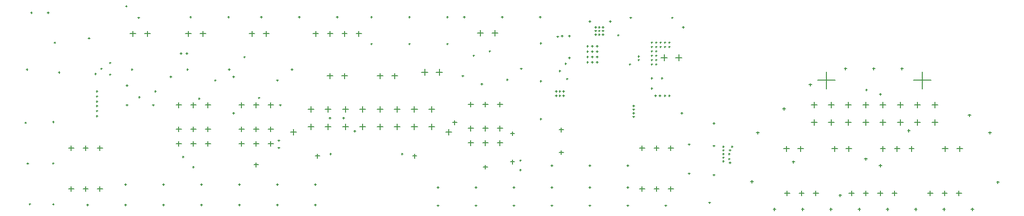
<source format=gbr>
%FSTAX26Y26*%
%MOMM*%
%SFA1B1*%

%IPPOS*%
%ADD67C,0.127000*%
%LNpcb1_drillmap_1-1*%
%LPD*%
G54D67*
X-740664Y-12446D02*
X-737616D01*
X-73914Y-125984D02*
Y-122936D01*
X-74254995Y-10101986D02*
Y-09201988D01*
X-74704981Y-09652D02*
X-73804983D01*
X-72204986D02*
X-71304988D01*
X-674624Y-12446D02*
X-671576D01*
X-6731Y-125984D02*
Y-122936D01*
Y-090424D02*
Y-087376D01*
X-674624Y-0889D02*
X-671576D01*
X-608584Y-12446D02*
X-605536D01*
X-60706Y-125984D02*
Y-122936D01*
Y-090424D02*
Y-087376D01*
X-608584Y-0889D02*
X-605536D01*
X-57277Y-042164D02*
Y-039116D01*
X-574294Y-04064D02*
X-571246D01*
X-58039Y-02227986D02*
Y-01327988D01*
X-58488986Y-01778D02*
X-57588988D01*
X-55948986D02*
X-55048988D01*
X-53408986D02*
X-52508988D01*
X-52959Y-02227986D02*
Y-01327988D01*
X-47566986Y-01778D02*
X-46666988D01*
X-45026986D02*
X-44126988D01*
X-44577Y-02227986D02*
Y-01327988D01*
Y-051054D02*
Y-058166D01*
X-449326Y-05461D02*
X-442214D01*
X-410464Y-0889D02*
X-407416D01*
X-40894Y-090424D02*
Y-087376D01*
Y-122936D02*
Y-125984D01*
X-410464Y-12446D02*
X-407416D01*
X-344424D02*
X-341376D01*
X-3429Y-125984D02*
Y-122936D01*
Y-090424D02*
Y-087376D01*
X-344424Y-0889D02*
X-341376D01*
X-33909Y-042926D02*
Y-035814D01*
X-342646Y-03937D02*
X-33553399D01*
X-317754Y-03556D02*
X-314706D01*
X-31623Y-037084D02*
Y-034036D01*
X-29558996Y01193977D02*
X-28538982D01*
X-29048989Y00683996D02*
Y01703984D01*
X-29344848Y0255336D02*
Y0285816D01*
X-29497248Y0270576D02*
X-29192448D01*
X-29048989Y0368399D02*
Y04703978D01*
X-29558996Y04193997D02*
X-28538982D01*
X-26558976D02*
X-25538988D01*
X-26048995Y04703978D02*
Y0368399D01*
Y01703984D02*
Y00683996D01*
X-25538988Y01193977D02*
X-26558976D01*
X-27287448Y0041976D02*
X-27592248D01*
X-27439848Y0026736D02*
Y0057216D01*
X-23558982Y01193977D02*
X-22538994D01*
X-23048976Y00683996D02*
Y01703984D01*
Y0368399D02*
Y04703978D01*
X-23558982Y04193997D02*
X-22538994D01*
X-20048982Y0368399D02*
Y04703978D01*
X-20558988Y04193997D02*
X-19538975D01*
Y01193977D02*
X-20558988D01*
X-20048982Y00683996D02*
Y01703984D01*
X-193294Y-03556D02*
X-190246D01*
X-19177Y-037084D02*
Y-034036D01*
X-17018Y-042926D02*
Y-035814D01*
X-173736Y-03937D02*
X-16662399D01*
X-11049Y-00255981D02*
Y00763981D01*
X-11558981Y00254D02*
X-10538993D01*
X-103886Y01905D02*
X-096774D01*
X-10033Y015494D02*
Y022606D01*
X-07688986Y00889D02*
X-06788988D01*
X-07239Y00438988D02*
Y01338986D01*
Y-01200988D02*
Y-02100986D01*
X-07688986Y-01651D02*
X-06788988D01*
X-050546Y-05842D02*
X-043434D01*
X-04699Y-061976D02*
Y-054864D01*
X001016Y-09398D02*
X004064D01*
X00254Y-095504D02*
Y-092456D01*
Y-124206D02*
Y-127254D01*
X001016Y-12573D02*
X004064D01*
X067056D02*
X070104D01*
X06858Y-127254D02*
Y-124206D01*
X133096Y-12573D02*
X136144D01*
X13462Y-127254D02*
Y-124206D01*
Y-095504D02*
Y-092456D01*
X133096Y-09398D02*
X136144D01*
X13462Y-057404D02*
Y-054356D01*
X133096Y-05588D02*
X136144D01*
X08509Y-036576D02*
Y-029464D01*
X081534Y-03302D02*
X088646D01*
X070104Y-05588D02*
X067056D01*
X06858Y-057404D02*
Y-054356D01*
Y-092456D02*
Y-095504D01*
X067056Y-09398D02*
X070104D01*
X0Y-003556D02*
Y003556D01*
X-003556Y0D02*
X003556D01*
X-01708988Y00889D02*
X-02608986D01*
X-02159Y00438988D02*
Y01338986D01*
X-04248988Y00889D02*
X-05148986D01*
X-04699Y00438988D02*
Y01338986D01*
Y-01200988D02*
Y-02100986D01*
X-05148986Y-01651D02*
X-04248988D01*
X-02608986D02*
X-01708988D01*
X-003556Y-04953D02*
X003556D01*
X0Y-053086D02*
Y-045974D01*
X012446Y-04699D02*
X015494D01*
X01397Y-048514D02*
Y-045466D01*
Y-061976D02*
Y-065024D01*
X012446Y-0635D02*
X015494D01*
X-02159Y-02100986D02*
Y-01200988D01*
X-061976Y-09398D02*
X-065024D01*
X-0635Y-095504D02*
Y-092456D01*
Y-124206D02*
Y-127254D01*
X-065024Y-12573D02*
X-061976D01*
X-12954Y-095504D02*
Y-092456D01*
X-131064Y-09398D02*
X-128016D01*
Y-12573D02*
X-131064D01*
X-12954Y-127254D02*
Y-124206D01*
X048006Y0254D02*
X051054D01*
X04953Y023876D02*
Y026924D01*
X081534Y00635D02*
X088646D01*
X08509Y002794D02*
Y009906D01*
X08255Y064516D02*
Y067564D01*
X081026Y06604D02*
X084074D01*
X087376D02*
X090424D01*
X0889Y064516D02*
Y067564D01*
Y072136D02*
Y075184D01*
X087376Y07366D02*
X090424D01*
X084074D02*
X081026D01*
X08255Y072136D02*
Y075184D01*
X077724Y07366D02*
X074676D01*
X0762Y072136D02*
Y075184D01*
Y067564D02*
Y064516D01*
X074676Y06604D02*
X077724D01*
X093726Y09525D02*
X096774D01*
X09525Y093726D02*
Y096774D01*
X08255Y107696D02*
Y110744D01*
X081026Y10922D02*
X084074D01*
X091186Y12192D02*
X094234D01*
X09271Y120396D02*
Y123444D01*
X097536Y13208D02*
X100584D01*
X09906Y130556D02*
Y133604D01*
X129286Y13377316D02*
X132334D01*
X13081Y13224916D02*
Y13529716D01*
Y14156258D02*
Y14461058D01*
X129286Y14308658D02*
X132334D01*
X137541D02*
X140589D01*
X139065Y14156258D02*
Y14461058D01*
Y150876D02*
Y153924D01*
X137541Y1524D02*
X140589D01*
X132334D02*
X129286D01*
X13081Y150876D02*
Y153924D01*
X137541Y13377316D02*
X140589D01*
X139065Y13224916D02*
Y13529716D01*
Y125984D02*
Y122936D01*
X137541Y12446D02*
X140589D01*
X132334D02*
X129286D01*
X13081Y122936D02*
Y125984D01*
X145796Y12446D02*
X148844D01*
X14732Y122936D02*
Y125984D01*
Y13224916D02*
Y13529716D01*
X145796Y13377316D02*
X148844D01*
X14732Y14156258D02*
Y14461058D01*
X145796Y14308658D02*
X148844D01*
X14732Y150876D02*
Y153924D01*
X145796Y1524D02*
X148844D01*
X202946Y12065D02*
X205994D01*
X20447Y119126D02*
Y122174D01*
X218186Y12827D02*
X221234D01*
X21971Y126746D02*
Y129794D01*
Y133096D02*
Y136144D01*
X218186Y13462D02*
X221234D01*
X241046Y12065D02*
X244094D01*
X24257Y119126D02*
Y122174D01*
Y126746D02*
Y129794D01*
X241046Y12827D02*
X244094D01*
X248666D02*
X251714D01*
X25019Y126746D02*
Y129794D01*
Y134366D02*
Y137414D01*
X248666Y13589D02*
X251714D01*
X25019Y141986D02*
Y145034D01*
X248666Y14351D02*
X251714D01*
X25019Y149606D02*
Y152654D01*
X248666Y15113D02*
X251714D01*
X256286D02*
X259334D01*
X25781Y149606D02*
Y152654D01*
Y157226D02*
Y160274D01*
X256286Y15875D02*
X259334D01*
X263906D02*
X266954D01*
X26543Y157226D02*
Y160274D01*
Y152654D02*
Y149606D01*
X263906Y15113D02*
X266954D01*
X26416Y13757986D02*
Y12657988D01*
X25865988Y13208D02*
X26965986D01*
X28405988D02*
X29505986D01*
X28956Y12657988D02*
Y13757986D01*
X27305Y149606D02*
Y152654D01*
X271526Y15113D02*
X274574D01*
X27305Y157226D02*
Y160274D01*
X271526Y15875D02*
X274574D01*
X276606Y20193D02*
X279654D01*
X27813Y200406D02*
Y203454D01*
X295656Y18542D02*
X298704D01*
X29718Y183896D02*
Y186944D01*
X251714Y15875D02*
X248666D01*
X25019Y157226D02*
Y160274D01*
X244094Y15875D02*
X241046D01*
X24257Y157226D02*
Y160274D01*
Y152654D02*
Y149606D01*
X241046Y15113D02*
X244094D01*
Y14351D02*
X241046D01*
X24257Y141986D02*
Y145034D01*
Y137414D02*
Y134366D01*
X241046Y13589D02*
X244094D01*
X25019Y122174D02*
Y119126D01*
X248666Y12065D02*
X251714D01*
X258826Y09652D02*
X261874D01*
X26035Y094996D02*
Y098044D01*
X244094Y09652D02*
X241046D01*
X24257Y094996D02*
Y098044D01*
Y080264D02*
Y077216D01*
X241046Y07874D02*
X244094D01*
X247396Y06604D02*
X250444D01*
X24892Y064516D02*
Y067564D01*
X255016Y06604D02*
X258064D01*
X25654Y064516D02*
Y067564D01*
X263906Y06604D02*
X266954D01*
X26543Y064516D02*
Y067564D01*
X293116Y03556D02*
X296164D01*
X29464Y034036D02*
Y037084D01*
X305816Y-01905D02*
X308864D01*
X30734Y-020574D02*
Y-017526D01*
X28008986Y-0254D02*
X27108988D01*
X27559Y-02989986D02*
Y-02089988D01*
X305816Y-06985D02*
X308864D01*
X30734Y-071374D02*
Y-068326D01*
X28008986Y-09652D02*
X27108988D01*
X27559Y-10101986D02*
Y-09201988D01*
X341376Y-12065D02*
X344424D01*
X3429Y-122174D02*
Y-119126D01*
X352044Y-07239D02*
X348996D01*
X35052Y-073914D02*
Y-070866D01*
X365506Y-04826D02*
X368554D01*
X36703Y-049784D02*
Y-046736D01*
Y-043434D02*
Y-040386D01*
X365506Y-04190999D02*
X368554D01*
X36703Y-037084D02*
Y-034036D01*
X365506Y-03556D02*
X368554D01*
X36703Y-030734D02*
Y-027686D01*
X365506Y-02921D02*
X368554D01*
X36703Y-024384D02*
Y-021336D01*
X365506Y-02286D02*
X368554D01*
X380746D02*
X383794D01*
X38227Y-024384D02*
Y-021336D01*
X379984Y-02921D02*
X376936D01*
X37846Y-030734D02*
Y-027686D01*
X37719Y-034036D02*
Y-037084D01*
X375666Y-03556D02*
X378714D01*
X352044Y-02159D02*
X348996D01*
X35052Y-023114D02*
Y-020066D01*
X375666Y-04445D02*
X378714D01*
X37719Y-045974D02*
Y-042926D01*
X37846Y-049276D02*
Y-052324D01*
X376936Y-0508D02*
X379984D01*
X414274Y-08381999D02*
X418846D01*
X41656Y-086106D02*
Y-081534D01*
X47341993Y-10414D02*
X48241991D01*
X47791979Y-10863986D02*
Y-09963988D01*
X49841988Y-10414D02*
X50741986D01*
X50292Y-10863986D02*
Y-09963988D01*
X50509703Y-129794D02*
Y-134366D01*
X50281103Y-13208D02*
X50738303D01*
X55197806D02*
X55655006D01*
X60114535D02*
X60571735D01*
X60343135Y-134366D02*
Y-129794D01*
X65031239Y-13208D02*
X65488439D01*
X65259839Y-134366D02*
Y-129794D01*
X69947967Y-13208D02*
X70405167D01*
X70176567Y-134366D02*
Y-129794D01*
X74864671Y-13208D02*
X75321871D01*
X75093271Y-134366D02*
Y-129794D01*
X797814Y-13208D02*
X802386D01*
X84455Y-087376D02*
Y-082804D01*
X846836Y-08509D02*
X842264D01*
X78133981Y-10414D02*
X77233983D01*
X77683995Y-10863986D02*
Y-09963988D01*
X8001Y-129794D02*
Y-134366D01*
X75184Y-10863986D02*
Y-09963988D01*
X74733988Y-10414D02*
X75633986D01*
X73133991D02*
X72233993D01*
X72683979Y-10863986D02*
Y-09963988D01*
X83058Y-001016D02*
Y003556D01*
X828294Y00127D02*
X832866D01*
X79502Y029464D02*
Y034036D01*
X792734Y03175D02*
X797306D01*
X78310994Y-02667D02*
X77310996D01*
X77810995Y-03166999D02*
Y-02166975D01*
X73467976Y01442999D02*
Y02462987D01*
X72957994Y0195298D02*
X73977982D01*
X74810975Y-02667D02*
X75810999D01*
X75311Y-03166999D02*
Y-02166975D01*
X70467982Y01442999D02*
Y02462987D01*
X69957975Y0195298D02*
X70977988D01*
X67977994D02*
X66957981D01*
X67467988Y01442999D02*
Y02462987D01*
X64977975Y0195298D02*
X63957987D01*
X64467994Y01442999D02*
Y02462987D01*
X64428979Y-02216988D02*
Y-03116986D01*
X63978993Y-02667D02*
X64878991D01*
X66478988D02*
X67378986D01*
X66928999Y-03116986D02*
Y-02216988D01*
X642366Y-05588D02*
X637794D01*
X61468Y-046736D02*
Y-042164D01*
X612394Y-04445D02*
X616966D01*
X61487989Y-09963988D02*
Y-10863986D01*
X61037978Y-10414D02*
X61937976D01*
X63537998D02*
X64437996D01*
X63987984Y-10863986D02*
Y-09963988D01*
X66037993Y-10414D02*
X66937991D01*
X66487979Y-10863986D02*
Y-09963988D01*
X64008Y-058166D02*
Y-053594D01*
X68978983Y-02667D02*
X69878981D01*
X69428995Y-03116986D02*
Y-02216988D01*
X68961Y002794D02*
Y007366D01*
X687324Y00508D02*
X691896D01*
X72957994Y04953D02*
X73977982D01*
X73467976Y04442993D02*
Y05462981D01*
X72807982Y09272981D02*
X69807988D01*
X71307985Y10772978D02*
Y07772984D01*
X70977988Y04953D02*
X69957975D01*
X70467982Y04442993D02*
Y05462981D01*
X67977994Y04953D02*
X66957981D01*
X67467988Y04442993D02*
Y05462981D01*
X64977975Y04953D02*
X63957987D01*
X64467994Y04442993D02*
Y05462981D01*
X64008Y067056D02*
Y070104D01*
X638556Y06858D02*
X641604D01*
X68010303Y11303D02*
X67553103D01*
X67781703Y110744D02*
Y115316D01*
X630936Y11303D02*
X626364D01*
X62865Y110744D02*
Y115316D01*
X617474Y0762D02*
X614426D01*
X61595Y074676D02*
Y077724D01*
X61468Y05462981D02*
Y04442993D01*
X60957993Y04953D02*
X61977981D01*
Y0195298D02*
X60957993D01*
X61468Y01442999D02*
Y02462987D01*
X5846798Y04442993D02*
Y05462981D01*
X57957999Y04953D02*
X58977987D01*
X55977993D02*
X5495798D01*
X55467986Y04442993D02*
Y05462981D01*
X52977999Y04953D02*
X51957986D01*
X52467992Y04442993D02*
Y05462981D01*
X54627983Y07772984D02*
Y10772978D01*
X53127986Y09272981D02*
X5612798D01*
X57719671Y11303D02*
X58176871D01*
X57948271Y110744D02*
Y115316D01*
X520446Y08509D02*
X515874D01*
X51816Y082804D02*
Y087376D01*
X474726Y04318D02*
X470154D01*
X47244Y040894D02*
Y045466D01*
X429006Y00127D02*
X424434D01*
X42672Y003556D02*
Y-001016D01*
X4716498Y-02667D02*
X48164978D01*
X47664979Y-03166999D02*
Y-02166975D01*
X49664975Y-02667D02*
X50664999D01*
X50165Y-03166999D02*
Y-02166975D01*
X491236Y-04953D02*
X486664D01*
X48895Y-051816D02*
Y-047244D01*
X52341983Y-10414D02*
X53241981D01*
X52791995Y-10863986D02*
Y-09963988D01*
X55426406Y-129794D02*
Y-134366D01*
X567944Y-10795D02*
X572516D01*
X57023Y-110236D02*
Y-105664D01*
X58537983Y-10414D02*
X59437981D01*
X58987969Y-10863986D02*
Y-09963988D01*
X58547Y-03166999D02*
Y-02166975D01*
X58046975Y-02667D02*
X59046999D01*
X56546978D02*
X5554698D01*
X56046979Y-03166999D02*
Y-02166975D01*
X55977993Y0195298D02*
X5495798D01*
X55467986Y01442999D02*
Y02462987D01*
X52977999Y0195298D02*
X51957986D01*
X52467992Y01442999D02*
Y02462987D01*
X57957999Y0195298D02*
X58977987D01*
X5846798Y01442999D02*
Y02462987D01*
X458216Y-13208D02*
X453644D01*
X45593Y-134366D02*
Y-129794D01*
X352044Y01778D02*
X348996D01*
X35052Y016256D02*
Y019304D01*
X27305Y064516D02*
Y067564D01*
X271526Y06604D02*
X274574D01*
X25508991Y-0254D02*
X24608993D01*
X25058979Y-02989986D02*
Y-02089988D01*
X23008971Y-0254D02*
X22108998D01*
X22558984Y-02989986D02*
Y-02089988D01*
X202184Y-05588D02*
X199136D01*
X20066Y-057404D02*
Y-054356D01*
Y-092456D02*
Y-095504D01*
X199136Y-09398D02*
X202184D01*
X22108998Y-09652D02*
X23008996D01*
X24608993D02*
X25508991D01*
X25058979Y-10101986D02*
Y-09201988D01*
X265176Y-12573D02*
X268224D01*
X2667Y-127254D02*
Y-124206D01*
X22558984Y-10101986D02*
Y-09201988D01*
X202184Y-12573D02*
X199136D01*
X20066Y-127254D02*
Y-124206D01*
X209296Y02921D02*
X212344D01*
X21082Y027686D02*
Y030734D01*
Y034036D02*
Y037084D01*
X209296Y03556D02*
X212344D01*
X21082Y040386D02*
Y043434D01*
X209296Y04190999D02*
X212344D01*
X21082Y046736D02*
Y049784D01*
X209296Y04826D02*
X212344D01*
X20574Y200406D02*
Y203454D01*
X204216Y20193D02*
X207264D01*
X171704Y19558D02*
X168656D01*
X17018Y194056D02*
Y197104D01*
X159004Y18542D02*
X155956D01*
X15748Y183896D02*
Y186944D01*
X152654Y18542D02*
X149606D01*
X15113Y183896D02*
Y186944D01*
Y180594D02*
Y177546D01*
X149606Y17907D02*
X152654D01*
X155956D02*
X159004D01*
X15748Y177546D02*
Y180594D01*
Y174244D02*
Y171196D01*
X155956Y17272D02*
X159004D01*
X152654D02*
X149606D01*
X15113Y171196D02*
Y174244D01*
X146304Y17272D02*
X143256D01*
X14478Y171196D02*
Y174244D01*
Y177546D02*
Y180594D01*
X143256Y17907D02*
X146304D01*
Y18542D02*
X143256D01*
X14478Y183896D02*
Y186944D01*
X13462Y194056D02*
Y197104D01*
X133096Y19558D02*
X136144D01*
X182626Y17145D02*
X185674D01*
X18415Y169926D02*
Y172974D01*
X100584Y17018D02*
X097536D01*
X09906Y168656D02*
Y171704D01*
X087884Y17018D02*
X084836D01*
X08636Y168656D02*
Y171704D01*
X080264Y16891D02*
X077216D01*
X07874Y16738599D02*
Y170434D01*
X04826Y204724D02*
Y201676D01*
X046736Y2032D02*
X049784D01*
X04953Y159004D02*
Y155956D01*
X048006Y15748D02*
X051054D01*
Y09144D02*
X048006D01*
X04953Y089916D02*
Y092964D01*
X01524Y111506D02*
Y114554D01*
X013716Y11303D02*
X016764D01*
X-007366Y09398D02*
X-01041399D01*
X-00889Y092456D02*
Y095504D01*
X-01708988Y0508D02*
X-02608986D01*
X-02159Y04629988D02*
Y05529986D01*
X-04248988Y0508D02*
X-05148986D01*
X-04699Y04629988D02*
Y05529986D01*
X-05334Y084836D02*
Y087884D01*
X-054864Y08636D02*
X-051816D01*
X-040894Y14351D02*
X-037846D01*
X-03937Y141986D02*
Y145034D01*
X-01778Y201676D02*
Y204724D01*
X-016256Y2032D02*
X-019304D01*
X-02548001Y17526D02*
X-03547999D01*
X-03048Y17025975D02*
Y18025999D01*
X-05047996Y17526D02*
X-06047994D01*
X-08381999Y201676D02*
Y204724D01*
X-085344Y2032D02*
X-082296D01*
X-068834Y13589D02*
X-065786D01*
X-06731Y134366D02*
Y137414D01*
X-084836Y10033D02*
X-087884D01*
X-08636Y098806D02*
Y101854D01*
X-07688986Y0508D02*
X-06788988D01*
X-07239Y04629988D02*
Y05529986D01*
X-127Y10117988D02*
Y11217986D01*
X-13249986Y10668D02*
X-12149988D01*
X-13538987Y04193997D02*
X-14558975D01*
X-16538981D02*
X-17558994D01*
X-17048988Y04703978D02*
Y0368399D01*
Y01703984D02*
Y00683996D01*
X-17558994Y01193977D02*
X-16538981D01*
X-14558975D02*
X-13538987D01*
X-14048994Y00683996D02*
Y01703984D01*
Y0368399D02*
Y04703978D01*
X-1524Y10117988D02*
Y11217986D01*
X-15789986Y10668D02*
X-14689988D01*
X-114554Y15621D02*
X-111506D01*
X-11303Y154686D02*
Y157734D01*
Y201676D02*
Y204724D01*
X-114554Y2032D02*
X-111506D01*
X-17907Y204724D02*
Y201676D01*
X-180594Y2032D02*
X-177546D01*
Y15621D02*
X-180594D01*
X-17907Y154686D02*
Y157734D01*
X-1998698Y10033D02*
X-20986978D01*
X-20486979Y09532975D02*
Y10532999D01*
X-24511Y154686D02*
Y157734D01*
X-246634Y15621D02*
X-243586D01*
X-23486999Y10033D02*
X-22486975D01*
X-22987Y09532975D02*
Y10532999D01*
X-28709975Y10033D02*
X-29709999D01*
X-2921Y09532975D02*
Y10532999D01*
X-31209996Y10033D02*
X-32209994D01*
X-31709995Y09532975D02*
Y10532999D01*
X-32048983Y04703978D02*
Y0368399D01*
X-31910248Y0270576D02*
X-31605448D01*
X-31757848Y0255336D02*
Y0285816D01*
X-32048983Y01703984D02*
Y00683996D01*
X-3255899Y01193977D02*
X-31538976D01*
X-34538996D02*
X-35558984D01*
X-35048977Y00683996D02*
Y01703984D01*
Y0368399D02*
Y04703978D01*
X-35558984Y04193997D02*
X-34538996D01*
X-3255899D02*
X-31538976D01*
X-38354Y110236D02*
Y113284D01*
X-385064Y11176D02*
X-382016D01*
X-407416Y09271D02*
X-410464D01*
X-40894Y091186D02*
Y094234D01*
X-40537257Y04947945D02*
X-40232457D01*
X-40384857Y04795545D02*
Y05100345D01*
X-41586988Y04953D02*
X-42486986D01*
X-42037Y04502988D02*
Y05402986D01*
Y01211986D02*
Y00311988D01*
X-42486986Y00762D02*
X-41586988D01*
Y-01778D02*
X-42486986D01*
X-42037Y-02227986D02*
Y-01327988D01*
X-40800248Y-01231214D02*
X-40495448D01*
X-40647848Y-01383614D02*
Y-01078814D01*
Y-02348814D02*
Y-02653614D01*
X-40800248Y-02501214D02*
X-40495448D01*
X-38048996Y-00255981D02*
Y00763981D01*
X-38558978Y00254D02*
X-3753899D01*
X-44577Y04502988D02*
Y05402986D01*
X-45026986Y04953D02*
X-44126988D01*
X-44067857Y06065545D02*
Y06370345D01*
X-44220257Y06217945D02*
X-43915457D01*
X-46666988Y04953D02*
X-47566986D01*
X-47117Y04502988D02*
Y05402986D01*
X-483616Y03556D02*
X-486664D01*
X-48514Y034036D02*
Y037084D01*
X-47566986Y00762D02*
X-46666988D01*
X-45026986D02*
X-44126988D01*
X-44577Y00311988D02*
Y01211986D01*
X-47117D02*
Y00311988D01*
Y-01327988D02*
Y-02227986D01*
X-52959Y00311988D02*
Y01211986D01*
X-53408986Y00762D02*
X-52508988D01*
X-55048988D02*
X-55948986D01*
X-55499Y00311988D02*
Y01211986D01*
X-57588988Y00762D02*
X-58488986D01*
X-58039Y00311988D02*
Y01211986D01*
X-55499Y-01327988D02*
Y-02227986D01*
Y-056896D02*
Y-059944D01*
X-556514Y-05842D02*
X-553466D01*
X-542544Y-0889D02*
X-539496D01*
X-54102Y-090424D02*
Y-087376D01*
Y-122936D02*
Y-125984D01*
X-542544Y-12446D02*
X-539496D01*
X-476504D02*
X-473456D01*
X-47498Y-125984D02*
Y-122936D01*
Y-090424D02*
Y-087376D01*
X-476504Y-0889D02*
X-473456D01*
X-52959Y04502988D02*
Y05402986D01*
X-53408986Y04953D02*
X-52508988D01*
X-55048988D02*
X-55948986D01*
X-55499Y04502988D02*
Y05402986D01*
X-57588988Y04953D02*
X-58488986D01*
X-58039Y04502988D02*
Y05402986D01*
X-54634257Y06090945D02*
X-54329457D01*
X-54481857Y05938545D02*
Y06243345D01*
X-486664Y09906D02*
X-483616D01*
X-48514Y097536D02*
Y100584D01*
X-49276Y110236D02*
Y113284D01*
X-494284Y11176D02*
X-491236D01*
X-467614Y13335D02*
X-464566D01*
X-46609Y131826D02*
Y134874D01*
X-42818989Y16898975D02*
Y17898999D01*
X-4231899Y17399D02*
X-43318988D01*
X-44818985D02*
X-45818983D01*
X-45318984Y16898975D02*
Y17898999D01*
X-43814746Y20311262D02*
X-43509946D01*
X-43662346Y20158862D02*
Y20463662D01*
X-49377346D02*
Y20158862D01*
X-49529746Y20311262D02*
X-49224946D01*
X-53347975Y17399D02*
X-54347999D01*
X-53848Y16898975D02*
Y17898999D01*
X-55981346Y20463662D02*
Y20158862D01*
X-56133746Y20311262D02*
X-55828946D01*
X-55847996Y17399D02*
X-56847994D01*
X-56347995Y16898975D02*
Y17898999D01*
X-564896Y1397D02*
X-567944D01*
X-56642Y138176D02*
Y141224D01*
X-575056Y1397D02*
X-578104D01*
X-57658Y138176D02*
Y141224D01*
X-566674Y11176D02*
X-563626D01*
X-56515Y110236D02*
Y113284D01*
X-518414Y09271D02*
X-515366D01*
X-51689Y091186D02*
Y094234D01*
X-6301999Y17399D02*
X-64019988D01*
X-63519989Y16898975D02*
Y17898999D01*
X-65519985Y17399D02*
X-66520009D01*
X-66019984Y16898975D02*
Y17898999D01*
X-651764Y20193D02*
X-648716D01*
X-65024Y200406D02*
Y203454D01*
X-67157346Y22063862D02*
Y22368662D01*
X-67309746Y22216262D02*
X-67004945D01*
X-698246Y12319D02*
X-701294D01*
X-69977Y124714D02*
Y121666D01*
Y104394D02*
Y101346D01*
X-701294Y10287D02*
X-698246D01*
X-71501Y111506D02*
Y114554D01*
X-713486Y11303D02*
X-716534D01*
X-723646Y10414D02*
X-726694D01*
X-72517Y102616D02*
Y105664D01*
X-724154Y07366D02*
X-721106D01*
X-72263Y072136D02*
Y075184D01*
Y066294D02*
Y063246D01*
X-724154Y06477D02*
X-721106D01*
Y05588D02*
X-724154D01*
X-72263Y054356D02*
Y057404D01*
Y049784D02*
Y046736D01*
X-724154Y04826D02*
X-721106D01*
X-72263Y040894D02*
Y037846D01*
X-724154Y03937D02*
X-721106D01*
Y03048D02*
X-724154D01*
X-72263Y028956D02*
Y032004D01*
X-72204986Y-0254D02*
X-71304988D01*
X-71755Y-02989986D02*
Y-02089988D01*
X-73804983Y-0254D02*
X-74704981D01*
X-74254995Y-02989986D02*
Y-02089988D01*
X-79704946Y02023262D02*
X-80009746D01*
X-79857346Y01870862D02*
Y02175662D01*
X-77204976Y-0254D02*
X-76304978D01*
X-7675499Y-02989986D02*
Y-02089988D01*
X-797306Y-05207D02*
X-800354D01*
X-79883Y-053594D02*
Y-050546D01*
X-79857346Y-12175312D02*
Y-12480112D01*
X-79704946Y-12327712D02*
X-80009746D01*
X-837946Y-12319D02*
X-840994D01*
X-83947Y-121666D02*
Y-124714D01*
X-77204976Y-09652D02*
X-76304978D01*
X-7675499Y-10101986D02*
Y-09201988D01*
X-71755D02*
Y-10101986D01*
X-84683346Y01743862D02*
Y02048662D01*
X-84835746Y01896262D02*
X-84530946D01*
X-84454746Y-05215712D02*
X-84149946D01*
X-84302346Y-05368112D02*
Y-05063312D01*
X-78993746Y10659262D02*
X-78688946D01*
X-78841346Y10506862D02*
Y10811662D01*
X-79603346Y15713862D02*
Y16018662D01*
X-79755746Y15866262D02*
X-79450946D01*
X-73786746Y16628262D02*
X-73481946D01*
X-73634346Y16475862D02*
Y16780662D01*
X-66318257Y11170945D02*
X-66013457D01*
X-66165857Y11018545D02*
Y11323345D01*
X-66903599Y08381999D02*
X-672084D01*
X-67055999Y082296D02*
Y085344D01*
Y051054D02*
Y048006D01*
X-672084Y04953D02*
X-66903599D01*
X-650494Y0635D02*
X-647446D01*
X-64897Y061976D02*
Y065024D01*
X-622554Y07366D02*
X-619506D01*
X-62103Y072136D02*
Y075184D01*
X-623316Y04953D02*
X-626364D01*
X-62484Y048006D02*
Y051054D01*
X-595884Y09906D02*
X-592836D01*
X-59436Y097536D02*
Y100584D01*
X-80746346Y20920862D02*
Y21225662D01*
X-80898746Y21073262D02*
X-80593946D01*
X-83514946D02*
X-83819746D01*
X-83667346Y20920862D02*
Y21225662D01*
X-84276946Y11167262D02*
X-84581746D01*
X-84429346Y11014862D02*
Y11319662D01*
X-37210746Y20311262D02*
X-36905946D01*
X-37058346Y20158862D02*
Y20463662D01*
X-34659976Y17399D02*
X-33759978D01*
X-3420999Y16948988D02*
Y17848986D01*
X-32159981Y17399D02*
X-31259983D01*
X-31709995Y16948988D02*
Y17848986D01*
X-30606746Y20311262D02*
X-30301946D01*
X-30454346Y20158862D02*
Y20463662D01*
X-29659986Y17399D02*
X-28759988D01*
X-2921Y16948988D02*
Y17848986D01*
X-27159991Y17399D02*
X-26259993D01*
X-246634Y2032D02*
X-243586D01*
X-24511Y201676D02*
Y204724D01*
X-26709979Y17848986D02*
Y16948988D01*
X-05547995Y17025975D02*
Y18025999D01*
M02*
</source>
